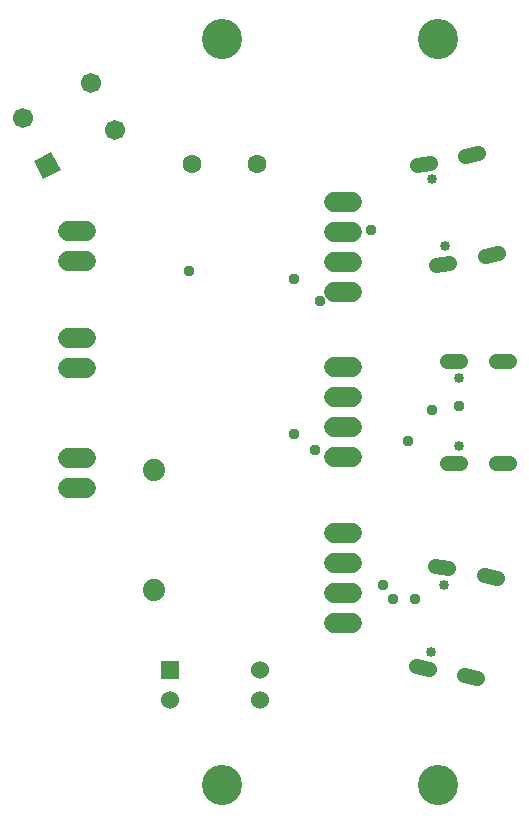
<source format=gbr>
G04 EAGLE Gerber RS-274X export*
G75*
%MOMM*%
%FSLAX34Y34*%
%LPD*%
%INSoldermask Bottom*%
%IPPOS*%
%AMOC8*
5,1,8,0,0,1.08239X$1,22.5*%
G01*
G04 Define Apertures*
%ADD10C,3.403200*%
%ADD11C,1.727200*%
%ADD12C,1.311200*%
%ADD13C,0.853200*%
%ADD14R,1.524000X1.524000*%
%ADD15C,1.524000*%
%ADD16C,1.879600*%
%ADD17C,1.603200*%
%ADD18C,1.701200*%
%ADD19R,1.701200X1.701200*%
%ADD20C,0.959600*%
D10*
X717713Y-315772D03*
X900399Y315772D03*
X717713Y315772D03*
X900399Y-315772D03*
D11*
X827620Y-12700D02*
X812380Y-12700D01*
X812380Y12700D02*
X827620Y12700D01*
X827620Y38100D02*
X812380Y38100D01*
X812380Y-38100D02*
X827620Y-38100D01*
X827620Y127300D02*
X812380Y127300D01*
X812380Y152700D02*
X827620Y152700D01*
X827620Y178100D02*
X812380Y178100D01*
X812380Y101900D02*
X827620Y101900D01*
X827620Y-152700D02*
X812380Y-152700D01*
X812380Y-127300D02*
X827620Y-127300D01*
X827620Y-101900D02*
X812380Y-101900D01*
X812380Y-178100D02*
X827620Y-178100D01*
D12*
X899467Y124507D02*
X910343Y126621D01*
X893857Y211433D02*
X882981Y209319D01*
X940499Y132483D02*
X951375Y134597D01*
X934889Y219409D02*
X924013Y217295D01*
D13*
X896056Y197293D03*
X907084Y140555D03*
D12*
X908048Y-43200D02*
X919128Y-43200D01*
X919128Y43200D02*
X908048Y43200D01*
X949848Y-43200D02*
X960928Y-43200D01*
X960928Y43200D02*
X949848Y43200D01*
D13*
X918588Y28900D03*
X918588Y-28900D03*
D12*
X882164Y-214840D02*
X893041Y-216954D01*
X909527Y-132141D02*
X898650Y-130027D01*
X923196Y-222815D02*
X934073Y-224930D01*
X950559Y-140117D02*
X939682Y-138003D01*
D13*
X906268Y-146075D03*
X895239Y-202813D03*
D11*
X602859Y-63989D02*
X587619Y-63989D01*
X587619Y-38589D02*
X602859Y-38589D01*
D14*
X673856Y-218077D03*
D15*
X673856Y-243477D03*
X750056Y-243477D03*
X750056Y-218077D03*
D16*
X660000Y-150800D03*
X660000Y-49200D03*
D11*
X602930Y127749D02*
X587690Y127749D01*
X587690Y153149D02*
X602930Y153149D01*
X602930Y37749D02*
X587690Y37749D01*
X587690Y63149D02*
X602930Y63149D01*
D17*
X692500Y210000D03*
X747500Y210000D03*
D18*
X606834Y278856D03*
X627543Y238905D03*
X549126Y248943D03*
D19*
G36*
X558369Y212629D02*
X573472Y220458D01*
X581301Y205355D01*
X566198Y197526D01*
X558369Y212629D01*
G37*
D20*
X854202Y-146304D03*
X844296Y153924D03*
X875538Y-24384D03*
X918972Y5334D03*
X896112Y2286D03*
X778764Y-18288D03*
X778764Y112776D03*
X796290Y-32004D03*
X800862Y94488D03*
X862584Y-158496D03*
X881634Y-158496D03*
X690000Y120000D03*
M02*

</source>
